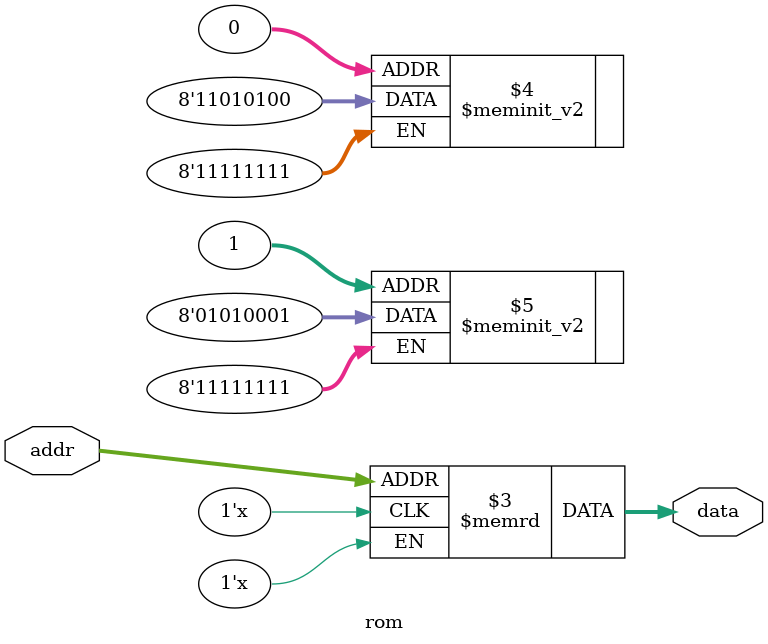
<source format=v>
module rom(data, addr);
input wire [7:0] addr;
output wire [7:0] data;

reg [7:0] memory[255:0];

initial begin
	memory[0] = 8'b1101_0100; //ld acc imm 0100
	memory[1] = 8'b0101_0001; // mov reg01 acc 
	momory[2] = 8'b1101_1010; // LD acc 1010
	momory[3] = 8'b0101_0010; // mov reg02 acc
	// todo
end

assign data = memory[addr];
endmodule
</source>
